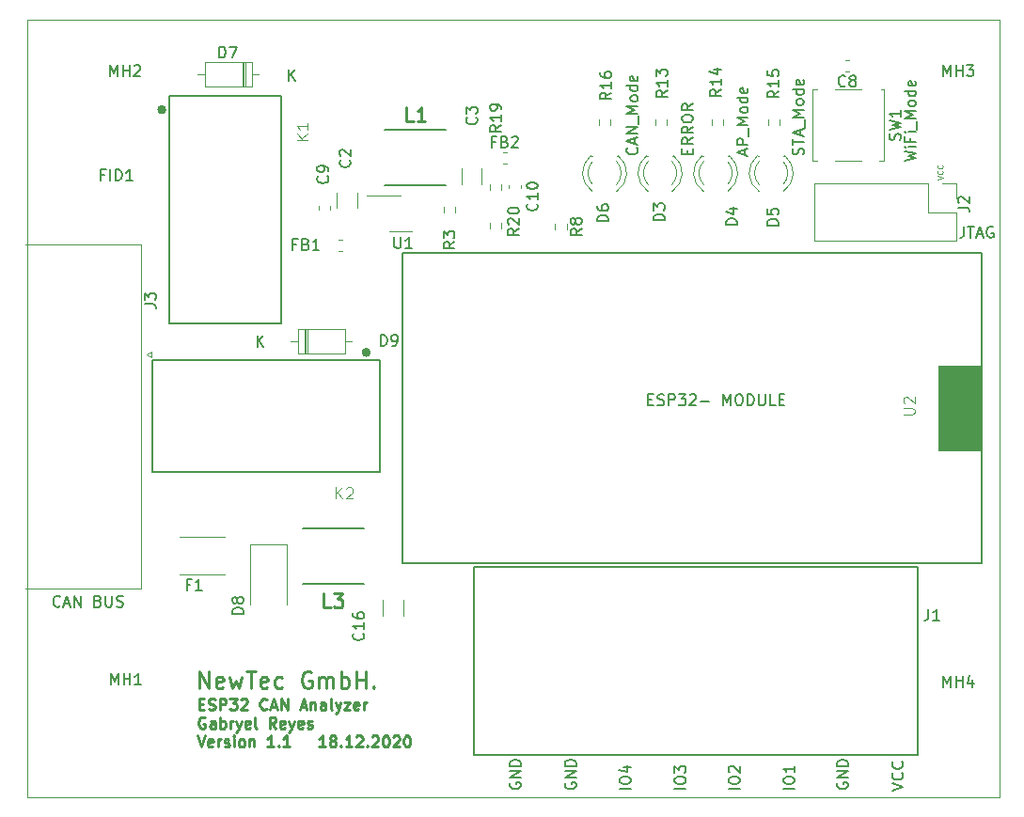
<source format=gbr>
%TF.GenerationSoftware,KiCad,Pcbnew,(5.1.6)-1*%
%TF.CreationDate,2020-12-18T16:38:49+01:00*%
%TF.ProjectId,Board,426f6172-642e-46b6-9963-61645f706362,rev?*%
%TF.SameCoordinates,PX253b400PY7a67730*%
%TF.FileFunction,Legend,Top*%
%TF.FilePolarity,Positive*%
%FSLAX46Y46*%
G04 Gerber Fmt 4.6, Leading zero omitted, Abs format (unit mm)*
G04 Created by KiCad (PCBNEW (5.1.6)-1) date 2020-12-18 16:38:49*
%MOMM*%
%LPD*%
G01*
G04 APERTURE LIST*
%ADD10C,0.150000*%
%ADD11C,0.100000*%
%ADD12C,0.250000*%
%TA.AperFunction,Profile*%
%ADD13C,0.050000*%
%TD*%
%ADD14C,0.152400*%
%ADD15C,0.127000*%
%ADD16C,0.120000*%
%ADD17C,0.400000*%
%ADD18C,0.200000*%
%ADD19C,0.015000*%
%ADD20C,0.254000*%
G04 APERTURE END LIST*
D10*
X2936190Y17232858D02*
X2888571Y17185239D01*
X2745714Y17137620D01*
X2650476Y17137620D01*
X2507619Y17185239D01*
X2412380Y17280477D01*
X2364761Y17375715D01*
X2317142Y17566191D01*
X2317142Y17709048D01*
X2364761Y17899524D01*
X2412380Y17994762D01*
X2507619Y18090000D01*
X2650476Y18137620D01*
X2745714Y18137620D01*
X2888571Y18090000D01*
X2936190Y18042381D01*
X3317142Y17423334D02*
X3793333Y17423334D01*
X3221904Y17137620D02*
X3555238Y18137620D01*
X3888571Y17137620D01*
X4221904Y17137620D02*
X4221904Y18137620D01*
X4793333Y17137620D01*
X4793333Y18137620D01*
X6364761Y17661429D02*
X6507619Y17613810D01*
X6555238Y17566191D01*
X6602857Y17470953D01*
X6602857Y17328096D01*
X6555238Y17232858D01*
X6507619Y17185239D01*
X6412380Y17137620D01*
X6031428Y17137620D01*
X6031428Y18137620D01*
X6364761Y18137620D01*
X6460000Y18090000D01*
X6507619Y18042381D01*
X6555238Y17947143D01*
X6555238Y17851905D01*
X6507619Y17756667D01*
X6460000Y17709048D01*
X6364761Y17661429D01*
X6031428Y17661429D01*
X7031428Y18137620D02*
X7031428Y17328096D01*
X7079047Y17232858D01*
X7126666Y17185239D01*
X7221904Y17137620D01*
X7412380Y17137620D01*
X7507619Y17185239D01*
X7555238Y17232858D01*
X7602857Y17328096D01*
X7602857Y18137620D01*
X8031428Y17185239D02*
X8174285Y17137620D01*
X8412380Y17137620D01*
X8507619Y17185239D01*
X8555238Y17232858D01*
X8602857Y17328096D01*
X8602857Y17423334D01*
X8555238Y17518572D01*
X8507619Y17566191D01*
X8412380Y17613810D01*
X8221904Y17661429D01*
X8126666Y17709048D01*
X8079047Y17756667D01*
X8031428Y17851905D01*
X8031428Y17947143D01*
X8079047Y18042381D01*
X8126666Y18090000D01*
X8221904Y18137620D01*
X8460000Y18137620D01*
X8602857Y18090000D01*
X78992380Y57340953D02*
X79992380Y57579048D01*
X79278095Y57769524D01*
X79992380Y57960000D01*
X78992380Y58198096D01*
X79992380Y58579048D02*
X79325714Y58579048D01*
X78992380Y58579048D02*
X79040000Y58531429D01*
X79087619Y58579048D01*
X79040000Y58626667D01*
X78992380Y58579048D01*
X79087619Y58579048D01*
X79468571Y59388572D02*
X79468571Y59055239D01*
X79992380Y59055239D02*
X78992380Y59055239D01*
X78992380Y59531429D01*
X79992380Y59912381D02*
X79325714Y59912381D01*
X78992380Y59912381D02*
X79040000Y59864762D01*
X79087619Y59912381D01*
X79040000Y59960000D01*
X78992380Y59912381D01*
X79087619Y59912381D01*
X80087619Y60150477D02*
X80087619Y60912381D01*
X79992380Y61150477D02*
X78992380Y61150477D01*
X79706666Y61483810D01*
X78992380Y61817143D01*
X79992380Y61817143D01*
X79992380Y62436191D02*
X79944761Y62340953D01*
X79897142Y62293334D01*
X79801904Y62245715D01*
X79516190Y62245715D01*
X79420952Y62293334D01*
X79373333Y62340953D01*
X79325714Y62436191D01*
X79325714Y62579048D01*
X79373333Y62674286D01*
X79420952Y62721905D01*
X79516190Y62769524D01*
X79801904Y62769524D01*
X79897142Y62721905D01*
X79944761Y62674286D01*
X79992380Y62579048D01*
X79992380Y62436191D01*
X79992380Y63626667D02*
X78992380Y63626667D01*
X79944761Y63626667D02*
X79992380Y63531429D01*
X79992380Y63340953D01*
X79944761Y63245715D01*
X79897142Y63198096D01*
X79801904Y63150477D01*
X79516190Y63150477D01*
X79420952Y63198096D01*
X79373333Y63245715D01*
X79325714Y63340953D01*
X79325714Y63531429D01*
X79373333Y63626667D01*
X79944761Y64483810D02*
X79992380Y64388572D01*
X79992380Y64198096D01*
X79944761Y64102858D01*
X79849523Y64055239D01*
X79468571Y64055239D01*
X79373333Y64102858D01*
X79325714Y64198096D01*
X79325714Y64388572D01*
X79373333Y64483810D01*
X79468571Y64531429D01*
X79563809Y64531429D01*
X79659047Y64055239D01*
X43480000Y1293334D02*
X43432380Y1198096D01*
X43432380Y1055238D01*
X43480000Y912381D01*
X43575238Y817143D01*
X43670476Y769524D01*
X43860952Y721905D01*
X44003809Y721905D01*
X44194285Y769524D01*
X44289523Y817143D01*
X44384761Y912381D01*
X44432380Y1055238D01*
X44432380Y1150477D01*
X44384761Y1293334D01*
X44337142Y1340953D01*
X44003809Y1340953D01*
X44003809Y1150477D01*
X44432380Y1769524D02*
X43432380Y1769524D01*
X44432380Y2340953D01*
X43432380Y2340953D01*
X44432380Y2817143D02*
X43432380Y2817143D01*
X43432380Y3055238D01*
X43480000Y3198096D01*
X43575238Y3293334D01*
X43670476Y3340953D01*
X43860952Y3388572D01*
X44003809Y3388572D01*
X44194285Y3340953D01*
X44289523Y3293334D01*
X44384761Y3198096D01*
X44432380Y3055238D01*
X44432380Y2817143D01*
X48440000Y1293334D02*
X48392380Y1198096D01*
X48392380Y1055238D01*
X48440000Y912381D01*
X48535238Y817143D01*
X48630476Y769524D01*
X48820952Y721905D01*
X48963809Y721905D01*
X49154285Y769524D01*
X49249523Y817143D01*
X49344761Y912381D01*
X49392380Y1055238D01*
X49392380Y1150477D01*
X49344761Y1293334D01*
X49297142Y1340953D01*
X48963809Y1340953D01*
X48963809Y1150477D01*
X49392380Y1769524D02*
X48392380Y1769524D01*
X49392380Y2340953D01*
X48392380Y2340953D01*
X49392380Y2817143D02*
X48392380Y2817143D01*
X48392380Y3055238D01*
X48440000Y3198096D01*
X48535238Y3293334D01*
X48630476Y3340953D01*
X48820952Y3388572D01*
X48963809Y3388572D01*
X49154285Y3340953D01*
X49249523Y3293334D01*
X49344761Y3198096D01*
X49392380Y3055238D01*
X49392380Y2817143D01*
X54312380Y769524D02*
X53312380Y769524D01*
X53312380Y1436191D02*
X53312380Y1626667D01*
X53360000Y1721905D01*
X53455238Y1817144D01*
X53645714Y1864763D01*
X53979047Y1864763D01*
X54169523Y1817144D01*
X54264761Y1721905D01*
X54312380Y1626667D01*
X54312380Y1436191D01*
X54264761Y1340953D01*
X54169523Y1245715D01*
X53979047Y1198096D01*
X53645714Y1198096D01*
X53455238Y1245715D01*
X53360000Y1340953D01*
X53312380Y1436191D01*
X53645714Y2721905D02*
X54312380Y2721905D01*
X53264761Y2483810D02*
X53979047Y2245715D01*
X53979047Y2864763D01*
X59272380Y769524D02*
X58272380Y769524D01*
X58272380Y1436191D02*
X58272380Y1626667D01*
X58320000Y1721905D01*
X58415238Y1817144D01*
X58605714Y1864763D01*
X58939047Y1864763D01*
X59129523Y1817144D01*
X59224761Y1721905D01*
X59272380Y1626667D01*
X59272380Y1436191D01*
X59224761Y1340953D01*
X59129523Y1245715D01*
X58939047Y1198096D01*
X58605714Y1198096D01*
X58415238Y1245715D01*
X58320000Y1340953D01*
X58272380Y1436191D01*
X58272380Y2198096D02*
X58272380Y2817144D01*
X58653333Y2483810D01*
X58653333Y2626667D01*
X58700952Y2721905D01*
X58748571Y2769524D01*
X58843809Y2817144D01*
X59081904Y2817144D01*
X59177142Y2769524D01*
X59224761Y2721905D01*
X59272380Y2626667D01*
X59272380Y2340953D01*
X59224761Y2245715D01*
X59177142Y2198096D01*
X64132380Y769524D02*
X63132380Y769524D01*
X63132380Y1436191D02*
X63132380Y1626667D01*
X63180000Y1721905D01*
X63275238Y1817144D01*
X63465714Y1864763D01*
X63799047Y1864763D01*
X63989523Y1817144D01*
X64084761Y1721905D01*
X64132380Y1626667D01*
X64132380Y1436191D01*
X64084761Y1340953D01*
X63989523Y1245715D01*
X63799047Y1198096D01*
X63465714Y1198096D01*
X63275238Y1245715D01*
X63180000Y1340953D01*
X63132380Y1436191D01*
X63227619Y2245715D02*
X63180000Y2293334D01*
X63132380Y2388572D01*
X63132380Y2626667D01*
X63180000Y2721905D01*
X63227619Y2769524D01*
X63322857Y2817144D01*
X63418095Y2817144D01*
X63560952Y2769524D01*
X64132380Y2198096D01*
X64132380Y2817144D01*
X69052380Y769524D02*
X68052380Y769524D01*
X68052380Y1436191D02*
X68052380Y1626667D01*
X68100000Y1721905D01*
X68195238Y1817144D01*
X68385714Y1864763D01*
X68719047Y1864763D01*
X68909523Y1817144D01*
X69004761Y1721905D01*
X69052380Y1626667D01*
X69052380Y1436191D01*
X69004761Y1340953D01*
X68909523Y1245715D01*
X68719047Y1198096D01*
X68385714Y1198096D01*
X68195238Y1245715D01*
X68100000Y1340953D01*
X68052380Y1436191D01*
X69052380Y2817144D02*
X69052380Y2245715D01*
X69052380Y2531429D02*
X68052380Y2531429D01*
X68195238Y2436191D01*
X68290476Y2340953D01*
X68338095Y2245715D01*
X72920000Y1293334D02*
X72872380Y1198096D01*
X72872380Y1055238D01*
X72920000Y912381D01*
X73015238Y817143D01*
X73110476Y769524D01*
X73300952Y721905D01*
X73443809Y721905D01*
X73634285Y769524D01*
X73729523Y817143D01*
X73824761Y912381D01*
X73872380Y1055238D01*
X73872380Y1150477D01*
X73824761Y1293334D01*
X73777142Y1340953D01*
X73443809Y1340953D01*
X73443809Y1150477D01*
X73872380Y1769524D02*
X72872380Y1769524D01*
X73872380Y2340953D01*
X72872380Y2340953D01*
X73872380Y2817143D02*
X72872380Y2817143D01*
X72872380Y3055238D01*
X72920000Y3198096D01*
X73015238Y3293334D01*
X73110476Y3340953D01*
X73300952Y3388572D01*
X73443809Y3388572D01*
X73634285Y3340953D01*
X73729523Y3293334D01*
X73824761Y3198096D01*
X73872380Y3055238D01*
X73872380Y2817143D01*
X77832380Y626667D02*
X78832380Y960000D01*
X77832380Y1293334D01*
X78737142Y2198096D02*
X78784761Y2150477D01*
X78832380Y2007620D01*
X78832380Y1912381D01*
X78784761Y1769524D01*
X78689523Y1674286D01*
X78594285Y1626667D01*
X78403809Y1579048D01*
X78260952Y1579048D01*
X78070476Y1626667D01*
X77975238Y1674286D01*
X77880000Y1769524D01*
X77832380Y1912381D01*
X77832380Y2007620D01*
X77880000Y2150477D01*
X77927619Y2198096D01*
X78737142Y3198096D02*
X78784761Y3150477D01*
X78832380Y3007620D01*
X78832380Y2912381D01*
X78784761Y2769524D01*
X78689523Y2674286D01*
X78594285Y2626667D01*
X78403809Y2579048D01*
X78260952Y2579048D01*
X78070476Y2626667D01*
X77975238Y2674286D01*
X77880000Y2769524D01*
X77832380Y2912381D01*
X77832380Y3007620D01*
X77880000Y3150477D01*
X77927619Y3198096D01*
X69844761Y57874286D02*
X69892380Y58017143D01*
X69892380Y58255238D01*
X69844761Y58350477D01*
X69797142Y58398096D01*
X69701904Y58445715D01*
X69606666Y58445715D01*
X69511428Y58398096D01*
X69463809Y58350477D01*
X69416190Y58255238D01*
X69368571Y58064762D01*
X69320952Y57969524D01*
X69273333Y57921905D01*
X69178095Y57874286D01*
X69082857Y57874286D01*
X68987619Y57921905D01*
X68940000Y57969524D01*
X68892380Y58064762D01*
X68892380Y58302858D01*
X68940000Y58445715D01*
X68892380Y58731429D02*
X68892380Y59302858D01*
X69892380Y59017143D02*
X68892380Y59017143D01*
X69606666Y59588572D02*
X69606666Y60064762D01*
X69892380Y59493334D02*
X68892380Y59826667D01*
X69892380Y60160000D01*
X69987619Y60255238D02*
X69987619Y61017143D01*
X69892380Y61255238D02*
X68892380Y61255238D01*
X69606666Y61588572D01*
X68892380Y61921905D01*
X69892380Y61921905D01*
X69892380Y62540953D02*
X69844761Y62445715D01*
X69797142Y62398096D01*
X69701904Y62350477D01*
X69416190Y62350477D01*
X69320952Y62398096D01*
X69273333Y62445715D01*
X69225714Y62540953D01*
X69225714Y62683810D01*
X69273333Y62779048D01*
X69320952Y62826667D01*
X69416190Y62874286D01*
X69701904Y62874286D01*
X69797142Y62826667D01*
X69844761Y62779048D01*
X69892380Y62683810D01*
X69892380Y62540953D01*
X69892380Y63731429D02*
X68892380Y63731429D01*
X69844761Y63731429D02*
X69892380Y63636191D01*
X69892380Y63445715D01*
X69844761Y63350477D01*
X69797142Y63302858D01*
X69701904Y63255238D01*
X69416190Y63255238D01*
X69320952Y63302858D01*
X69273333Y63350477D01*
X69225714Y63445715D01*
X69225714Y63636191D01*
X69273333Y63731429D01*
X69844761Y64588572D02*
X69892380Y64493334D01*
X69892380Y64302858D01*
X69844761Y64207619D01*
X69749523Y64160000D01*
X69368571Y64160000D01*
X69273333Y64207619D01*
X69225714Y64302858D01*
X69225714Y64493334D01*
X69273333Y64588572D01*
X69368571Y64636191D01*
X69463809Y64636191D01*
X69559047Y64160000D01*
X64576666Y57874286D02*
X64576666Y58350476D01*
X64862380Y57779048D02*
X63862380Y58112381D01*
X64862380Y58445715D01*
X64862380Y58779048D02*
X63862380Y58779048D01*
X63862380Y59160000D01*
X63910000Y59255238D01*
X63957619Y59302857D01*
X64052857Y59350476D01*
X64195714Y59350476D01*
X64290952Y59302857D01*
X64338571Y59255238D01*
X64386190Y59160000D01*
X64386190Y58779048D01*
X64957619Y59540953D02*
X64957619Y60302857D01*
X64862380Y60540953D02*
X63862380Y60540953D01*
X64576666Y60874286D01*
X63862380Y61207619D01*
X64862380Y61207619D01*
X64862380Y61826667D02*
X64814761Y61731429D01*
X64767142Y61683810D01*
X64671904Y61636191D01*
X64386190Y61636191D01*
X64290952Y61683810D01*
X64243333Y61731429D01*
X64195714Y61826667D01*
X64195714Y61969524D01*
X64243333Y62064762D01*
X64290952Y62112381D01*
X64386190Y62160000D01*
X64671904Y62160000D01*
X64767142Y62112381D01*
X64814761Y62064762D01*
X64862380Y61969524D01*
X64862380Y61826667D01*
X64862380Y63017143D02*
X63862380Y63017143D01*
X64814761Y63017143D02*
X64862380Y62921905D01*
X64862380Y62731429D01*
X64814761Y62636191D01*
X64767142Y62588572D01*
X64671904Y62540953D01*
X64386190Y62540953D01*
X64290952Y62588572D01*
X64243333Y62636191D01*
X64195714Y62731429D01*
X64195714Y62921905D01*
X64243333Y63017143D01*
X64814761Y63874286D02*
X64862380Y63779048D01*
X64862380Y63588572D01*
X64814761Y63493334D01*
X64719523Y63445715D01*
X64338571Y63445715D01*
X64243333Y63493334D01*
X64195714Y63588572D01*
X64195714Y63779048D01*
X64243333Y63874286D01*
X64338571Y63921905D01*
X64433809Y63921905D01*
X64529047Y63445715D01*
X59398571Y57921905D02*
X59398571Y58255239D01*
X59922380Y58398096D02*
X59922380Y57921905D01*
X58922380Y57921905D01*
X58922380Y58398096D01*
X59922380Y59398096D02*
X59446190Y59064762D01*
X59922380Y58826667D02*
X58922380Y58826667D01*
X58922380Y59207620D01*
X58970000Y59302858D01*
X59017619Y59350477D01*
X59112857Y59398096D01*
X59255714Y59398096D01*
X59350952Y59350477D01*
X59398571Y59302858D01*
X59446190Y59207620D01*
X59446190Y58826667D01*
X59922380Y60398096D02*
X59446190Y60064762D01*
X59922380Y59826667D02*
X58922380Y59826667D01*
X58922380Y60207620D01*
X58970000Y60302858D01*
X59017619Y60350477D01*
X59112857Y60398096D01*
X59255714Y60398096D01*
X59350952Y60350477D01*
X59398571Y60302858D01*
X59446190Y60207620D01*
X59446190Y59826667D01*
X58922380Y61017143D02*
X58922380Y61207620D01*
X58970000Y61302858D01*
X59065238Y61398096D01*
X59255714Y61445715D01*
X59589047Y61445715D01*
X59779523Y61398096D01*
X59874761Y61302858D01*
X59922380Y61207620D01*
X59922380Y61017143D01*
X59874761Y60921905D01*
X59779523Y60826667D01*
X59589047Y60779048D01*
X59255714Y60779048D01*
X59065238Y60826667D01*
X58970000Y60921905D01*
X58922380Y61017143D01*
X59922380Y62445715D02*
X59446190Y62112381D01*
X59922380Y61874286D02*
X58922380Y61874286D01*
X58922380Y62255239D01*
X58970000Y62350477D01*
X59017619Y62398096D01*
X59112857Y62445715D01*
X59255714Y62445715D01*
X59350952Y62398096D01*
X59398571Y62350477D01*
X59446190Y62255239D01*
X59446190Y61874286D01*
X54857142Y58493334D02*
X54904761Y58445715D01*
X54952380Y58302858D01*
X54952380Y58207620D01*
X54904761Y58064763D01*
X54809523Y57969525D01*
X54714285Y57921905D01*
X54523809Y57874286D01*
X54380952Y57874286D01*
X54190476Y57921905D01*
X54095238Y57969525D01*
X54000000Y58064763D01*
X53952380Y58207620D01*
X53952380Y58302858D01*
X54000000Y58445715D01*
X54047619Y58493334D01*
X54666666Y58874286D02*
X54666666Y59350477D01*
X54952380Y58779048D02*
X53952380Y59112382D01*
X54952380Y59445715D01*
X54952380Y59779048D02*
X53952380Y59779048D01*
X54952380Y60350477D01*
X53952380Y60350477D01*
X55047619Y60588572D02*
X55047619Y61350477D01*
X54952380Y61588572D02*
X53952380Y61588572D01*
X54666666Y61921905D01*
X53952380Y62255239D01*
X54952380Y62255239D01*
X54952380Y62874286D02*
X54904761Y62779048D01*
X54857142Y62731429D01*
X54761904Y62683810D01*
X54476190Y62683810D01*
X54380952Y62731429D01*
X54333333Y62779048D01*
X54285714Y62874286D01*
X54285714Y63017144D01*
X54333333Y63112382D01*
X54380952Y63160001D01*
X54476190Y63207620D01*
X54761904Y63207620D01*
X54857142Y63160001D01*
X54904761Y63112382D01*
X54952380Y63017144D01*
X54952380Y62874286D01*
X54952380Y64064763D02*
X53952380Y64064763D01*
X54904761Y64064763D02*
X54952380Y63969525D01*
X54952380Y63779048D01*
X54904761Y63683810D01*
X54857142Y63636191D01*
X54761904Y63588572D01*
X54476190Y63588572D01*
X54380952Y63636191D01*
X54333333Y63683810D01*
X54285714Y63779048D01*
X54285714Y63969525D01*
X54333333Y64064763D01*
X54904761Y64921905D02*
X54952380Y64826667D01*
X54952380Y64636191D01*
X54904761Y64540953D01*
X54809523Y64493334D01*
X54428571Y64493334D01*
X54333333Y64540953D01*
X54285714Y64636191D01*
X54285714Y64826667D01*
X54333333Y64921905D01*
X54428571Y64969525D01*
X54523809Y64969525D01*
X54619047Y64493334D01*
D11*
X81926190Y55633334D02*
X82426190Y55800000D01*
X81926190Y55966667D01*
X82378571Y56419048D02*
X82402380Y56395239D01*
X82426190Y56323810D01*
X82426190Y56276191D01*
X82402380Y56204762D01*
X82354761Y56157143D01*
X82307142Y56133334D01*
X82211904Y56109524D01*
X82140476Y56109524D01*
X82045238Y56133334D01*
X81997619Y56157143D01*
X81950000Y56204762D01*
X81926190Y56276191D01*
X81926190Y56323810D01*
X81950000Y56395239D01*
X81973809Y56419048D01*
X82378571Y56919048D02*
X82402380Y56895239D01*
X82426190Y56823810D01*
X82426190Y56776191D01*
X82402380Y56704762D01*
X82354761Y56657143D01*
X82307142Y56633334D01*
X82211904Y56609524D01*
X82140476Y56609524D01*
X82045238Y56633334D01*
X81997619Y56657143D01*
X81950000Y56704762D01*
X81926190Y56776191D01*
X81926190Y56823810D01*
X81950000Y56895239D01*
X81973809Y56919048D01*
D10*
X84313333Y51407620D02*
X84313333Y50693334D01*
X84265714Y50550477D01*
X84170476Y50455239D01*
X84027619Y50407620D01*
X83932380Y50407620D01*
X84646666Y51407620D02*
X85218095Y51407620D01*
X84932380Y50407620D02*
X84932380Y51407620D01*
X85503809Y50693334D02*
X85980000Y50693334D01*
X85408571Y50407620D02*
X85741904Y51407620D01*
X86075238Y50407620D01*
X86932380Y51360000D02*
X86837142Y51407620D01*
X86694285Y51407620D01*
X86551428Y51360000D01*
X86456190Y51264762D01*
X86408571Y51169524D01*
X86360952Y50979048D01*
X86360952Y50836191D01*
X86408571Y50645715D01*
X86456190Y50550477D01*
X86551428Y50455239D01*
X86694285Y50407620D01*
X86789523Y50407620D01*
X86932380Y50455239D01*
X86980000Y50502858D01*
X86980000Y50836191D01*
X86789523Y50836191D01*
X55880952Y35821429D02*
X56214285Y35821429D01*
X56357142Y35297620D02*
X55880952Y35297620D01*
X55880952Y36297620D01*
X56357142Y36297620D01*
X56738095Y35345239D02*
X56880952Y35297620D01*
X57119047Y35297620D01*
X57214285Y35345239D01*
X57261904Y35392858D01*
X57309523Y35488096D01*
X57309523Y35583334D01*
X57261904Y35678572D01*
X57214285Y35726191D01*
X57119047Y35773810D01*
X56928571Y35821429D01*
X56833333Y35869048D01*
X56785714Y35916667D01*
X56738095Y36011905D01*
X56738095Y36107143D01*
X56785714Y36202381D01*
X56833333Y36250000D01*
X56928571Y36297620D01*
X57166666Y36297620D01*
X57309523Y36250000D01*
X57738095Y35297620D02*
X57738095Y36297620D01*
X58119047Y36297620D01*
X58214285Y36250000D01*
X58261904Y36202381D01*
X58309523Y36107143D01*
X58309523Y35964286D01*
X58261904Y35869048D01*
X58214285Y35821429D01*
X58119047Y35773810D01*
X57738095Y35773810D01*
X58642857Y36297620D02*
X59261904Y36297620D01*
X58928571Y35916667D01*
X59071428Y35916667D01*
X59166666Y35869048D01*
X59214285Y35821429D01*
X59261904Y35726191D01*
X59261904Y35488096D01*
X59214285Y35392858D01*
X59166666Y35345239D01*
X59071428Y35297620D01*
X58785714Y35297620D01*
X58690476Y35345239D01*
X58642857Y35392858D01*
X59642857Y36202381D02*
X59690476Y36250000D01*
X59785714Y36297620D01*
X60023809Y36297620D01*
X60119047Y36250000D01*
X60166666Y36202381D01*
X60214285Y36107143D01*
X60214285Y36011905D01*
X60166666Y35869048D01*
X59595238Y35297620D01*
X60214285Y35297620D01*
X60642857Y35678572D02*
X61404761Y35678572D01*
X62642857Y35297620D02*
X62642857Y36297620D01*
X62976190Y35583334D01*
X63309523Y36297620D01*
X63309523Y35297620D01*
X63976190Y36297620D02*
X64166666Y36297620D01*
X64261904Y36250000D01*
X64357142Y36154762D01*
X64404761Y35964286D01*
X64404761Y35630953D01*
X64357142Y35440477D01*
X64261904Y35345239D01*
X64166666Y35297620D01*
X63976190Y35297620D01*
X63880952Y35345239D01*
X63785714Y35440477D01*
X63738095Y35630953D01*
X63738095Y35964286D01*
X63785714Y36154762D01*
X63880952Y36250000D01*
X63976190Y36297620D01*
X64833333Y35297620D02*
X64833333Y36297620D01*
X65071428Y36297620D01*
X65214285Y36250000D01*
X65309523Y36154762D01*
X65357142Y36059524D01*
X65404761Y35869048D01*
X65404761Y35726191D01*
X65357142Y35535715D01*
X65309523Y35440477D01*
X65214285Y35345239D01*
X65071428Y35297620D01*
X64833333Y35297620D01*
X65833333Y36297620D02*
X65833333Y35488096D01*
X65880952Y35392858D01*
X65928571Y35345239D01*
X66023809Y35297620D01*
X66214285Y35297620D01*
X66309523Y35345239D01*
X66357142Y35392858D01*
X66404761Y35488096D01*
X66404761Y36297620D01*
X67357142Y35297620D02*
X66880952Y35297620D01*
X66880952Y36297620D01*
X67690476Y35821429D02*
X68023809Y35821429D01*
X68166666Y35297620D02*
X67690476Y35297620D01*
X67690476Y36297620D01*
X68166666Y36297620D01*
D12*
X15309523Y5547620D02*
X15642856Y4547620D01*
X15976190Y5547620D01*
X16690475Y4595239D02*
X16595237Y4547620D01*
X16404761Y4547620D01*
X16309523Y4595239D01*
X16261904Y4690477D01*
X16261904Y5071429D01*
X16309523Y5166667D01*
X16404761Y5214286D01*
X16595237Y5214286D01*
X16690475Y5166667D01*
X16738094Y5071429D01*
X16738094Y4976191D01*
X16261904Y4880953D01*
X17166666Y4547620D02*
X17166666Y5214286D01*
X17166666Y5023810D02*
X17214285Y5119048D01*
X17261904Y5166667D01*
X17357142Y5214286D01*
X17452380Y5214286D01*
X17738094Y4595239D02*
X17833332Y4547620D01*
X18023809Y4547620D01*
X18119047Y4595239D01*
X18166666Y4690477D01*
X18166666Y4738096D01*
X18119047Y4833334D01*
X18023809Y4880953D01*
X17880951Y4880953D01*
X17785713Y4928572D01*
X17738094Y5023810D01*
X17738094Y5071429D01*
X17785713Y5166667D01*
X17880951Y5214286D01*
X18023809Y5214286D01*
X18119047Y5166667D01*
X18595237Y4547620D02*
X18595237Y5214286D01*
X18595237Y5547620D02*
X18547618Y5500000D01*
X18595237Y5452381D01*
X18642856Y5500000D01*
X18595237Y5547620D01*
X18595237Y5452381D01*
X19214285Y4547620D02*
X19119047Y4595239D01*
X19071428Y4642858D01*
X19023809Y4738096D01*
X19023809Y5023810D01*
X19071428Y5119048D01*
X19119047Y5166667D01*
X19214285Y5214286D01*
X19357142Y5214286D01*
X19452380Y5166667D01*
X19499999Y5119048D01*
X19547618Y5023810D01*
X19547618Y4738096D01*
X19499999Y4642858D01*
X19452380Y4595239D01*
X19357142Y4547620D01*
X19214285Y4547620D01*
X19976190Y5214286D02*
X19976190Y4547620D01*
X19976190Y5119048D02*
X20023809Y5166667D01*
X20119047Y5214286D01*
X20261904Y5214286D01*
X20357142Y5166667D01*
X20404761Y5071429D01*
X20404761Y4547620D01*
X22166666Y4547620D02*
X21595237Y4547620D01*
X21880951Y4547620D02*
X21880951Y5547620D01*
X21785713Y5404762D01*
X21690475Y5309524D01*
X21595237Y5261905D01*
X22595237Y4642858D02*
X22642856Y4595239D01*
X22595237Y4547620D01*
X22547618Y4595239D01*
X22595237Y4642858D01*
X22595237Y4547620D01*
X23595237Y4547620D02*
X23023809Y4547620D01*
X23309523Y4547620D02*
X23309523Y5547620D01*
X23214285Y5404762D01*
X23119047Y5309524D01*
X23023809Y5261905D01*
X26833332Y4547620D02*
X26261904Y4547620D01*
X26547618Y4547620D02*
X26547618Y5547620D01*
X26452380Y5404762D01*
X26357142Y5309524D01*
X26261904Y5261905D01*
X27404761Y5119048D02*
X27309523Y5166667D01*
X27261904Y5214286D01*
X27214285Y5309524D01*
X27214285Y5357143D01*
X27261904Y5452381D01*
X27309523Y5500000D01*
X27404761Y5547620D01*
X27595237Y5547620D01*
X27690475Y5500000D01*
X27738094Y5452381D01*
X27785713Y5357143D01*
X27785713Y5309524D01*
X27738094Y5214286D01*
X27690475Y5166667D01*
X27595237Y5119048D01*
X27404761Y5119048D01*
X27309523Y5071429D01*
X27261904Y5023810D01*
X27214285Y4928572D01*
X27214285Y4738096D01*
X27261904Y4642858D01*
X27309523Y4595239D01*
X27404761Y4547620D01*
X27595237Y4547620D01*
X27690475Y4595239D01*
X27738094Y4642858D01*
X27785713Y4738096D01*
X27785713Y4928572D01*
X27738094Y5023810D01*
X27690475Y5071429D01*
X27595237Y5119048D01*
X28214285Y4642858D02*
X28261904Y4595239D01*
X28214285Y4547620D01*
X28166666Y4595239D01*
X28214285Y4642858D01*
X28214285Y4547620D01*
X29214285Y4547620D02*
X28642856Y4547620D01*
X28928571Y4547620D02*
X28928571Y5547620D01*
X28833332Y5404762D01*
X28738094Y5309524D01*
X28642856Y5261905D01*
X29595237Y5452381D02*
X29642856Y5500000D01*
X29738094Y5547620D01*
X29976190Y5547620D01*
X30071428Y5500000D01*
X30119047Y5452381D01*
X30166666Y5357143D01*
X30166666Y5261905D01*
X30119047Y5119048D01*
X29547618Y4547620D01*
X30166666Y4547620D01*
X30595237Y4642858D02*
X30642856Y4595239D01*
X30595237Y4547620D01*
X30547618Y4595239D01*
X30595237Y4642858D01*
X30595237Y4547620D01*
X31023809Y5452381D02*
X31071428Y5500000D01*
X31166666Y5547620D01*
X31404761Y5547620D01*
X31499999Y5500000D01*
X31547618Y5452381D01*
X31595237Y5357143D01*
X31595237Y5261905D01*
X31547618Y5119048D01*
X30976190Y4547620D01*
X31595237Y4547620D01*
X32214285Y5547620D02*
X32309523Y5547620D01*
X32404761Y5500000D01*
X32452380Y5452381D01*
X32499999Y5357143D01*
X32547618Y5166667D01*
X32547618Y4928572D01*
X32499999Y4738096D01*
X32452380Y4642858D01*
X32404761Y4595239D01*
X32309523Y4547620D01*
X32214285Y4547620D01*
X32119047Y4595239D01*
X32071428Y4642858D01*
X32023809Y4738096D01*
X31976190Y4928572D01*
X31976190Y5166667D01*
X32023809Y5357143D01*
X32071428Y5452381D01*
X32119047Y5500000D01*
X32214285Y5547620D01*
X32928570Y5452381D02*
X32976190Y5500000D01*
X33071428Y5547620D01*
X33309523Y5547620D01*
X33404761Y5500000D01*
X33452380Y5452381D01*
X33499999Y5357143D01*
X33499999Y5261905D01*
X33452380Y5119048D01*
X32880951Y4547620D01*
X33499999Y4547620D01*
X34119047Y5547620D02*
X34214285Y5547620D01*
X34309523Y5500000D01*
X34357142Y5452381D01*
X34404761Y5357143D01*
X34452380Y5166667D01*
X34452380Y4928572D01*
X34404761Y4738096D01*
X34357142Y4642858D01*
X34309523Y4595239D01*
X34214285Y4547620D01*
X34119047Y4547620D01*
X34023809Y4595239D01*
X33976190Y4642858D01*
X33928570Y4738096D01*
X33880951Y4928572D01*
X33880951Y5166667D01*
X33928570Y5357143D01*
X33976190Y5452381D01*
X34023809Y5500000D01*
X34119047Y5547620D01*
X15452380Y8403096D02*
X15785713Y8403096D01*
X15928571Y7879287D02*
X15452380Y7879287D01*
X15452380Y8879287D01*
X15928571Y8879287D01*
X16309523Y7926906D02*
X16452380Y7879287D01*
X16690475Y7879287D01*
X16785713Y7926906D01*
X16833332Y7974525D01*
X16880951Y8069763D01*
X16880951Y8165001D01*
X16833332Y8260239D01*
X16785713Y8307858D01*
X16690475Y8355477D01*
X16499999Y8403096D01*
X16404761Y8450715D01*
X16357142Y8498334D01*
X16309523Y8593572D01*
X16309523Y8688810D01*
X16357142Y8784048D01*
X16404761Y8831667D01*
X16499999Y8879287D01*
X16738094Y8879287D01*
X16880951Y8831667D01*
X17309523Y7879287D02*
X17309523Y8879287D01*
X17690475Y8879287D01*
X17785713Y8831667D01*
X17833332Y8784048D01*
X17880951Y8688810D01*
X17880951Y8545953D01*
X17833332Y8450715D01*
X17785713Y8403096D01*
X17690475Y8355477D01*
X17309523Y8355477D01*
X18214285Y8879287D02*
X18833332Y8879287D01*
X18499999Y8498334D01*
X18642856Y8498334D01*
X18738094Y8450715D01*
X18785713Y8403096D01*
X18833332Y8307858D01*
X18833332Y8069763D01*
X18785713Y7974525D01*
X18738094Y7926906D01*
X18642856Y7879287D01*
X18357142Y7879287D01*
X18261904Y7926906D01*
X18214285Y7974525D01*
X19214285Y8784048D02*
X19261904Y8831667D01*
X19357142Y8879287D01*
X19595237Y8879287D01*
X19690475Y8831667D01*
X19738094Y8784048D01*
X19785713Y8688810D01*
X19785713Y8593572D01*
X19738094Y8450715D01*
X19166666Y7879287D01*
X19785713Y7879287D01*
X21547618Y7974525D02*
X21499999Y7926906D01*
X21357142Y7879287D01*
X21261904Y7879287D01*
X21119047Y7926906D01*
X21023809Y8022144D01*
X20976190Y8117382D01*
X20928571Y8307858D01*
X20928571Y8450715D01*
X20976190Y8641191D01*
X21023809Y8736429D01*
X21119047Y8831667D01*
X21261904Y8879287D01*
X21357142Y8879287D01*
X21499999Y8831667D01*
X21547618Y8784048D01*
X21928571Y8165001D02*
X22404761Y8165001D01*
X21833332Y7879287D02*
X22166666Y8879287D01*
X22499999Y7879287D01*
X22833332Y7879287D02*
X22833332Y8879287D01*
X23404761Y7879287D01*
X23404761Y8879287D01*
X24595237Y8165001D02*
X25071428Y8165001D01*
X24499999Y7879287D02*
X24833332Y8879287D01*
X25166666Y7879287D01*
X25499999Y8545953D02*
X25499999Y7879287D01*
X25499999Y8450715D02*
X25547618Y8498334D01*
X25642856Y8545953D01*
X25785713Y8545953D01*
X25880951Y8498334D01*
X25928570Y8403096D01*
X25928570Y7879287D01*
X26833332Y7879287D02*
X26833332Y8403096D01*
X26785713Y8498334D01*
X26690475Y8545953D01*
X26499999Y8545953D01*
X26404761Y8498334D01*
X26833332Y7926906D02*
X26738094Y7879287D01*
X26499999Y7879287D01*
X26404761Y7926906D01*
X26357142Y8022144D01*
X26357142Y8117382D01*
X26404761Y8212620D01*
X26499999Y8260239D01*
X26738094Y8260239D01*
X26833332Y8307858D01*
X27452380Y7879287D02*
X27357142Y7926906D01*
X27309523Y8022144D01*
X27309523Y8879287D01*
X27738094Y8545953D02*
X27976190Y7879287D01*
X28214285Y8545953D02*
X27976190Y7879287D01*
X27880951Y7641191D01*
X27833332Y7593572D01*
X27738094Y7545953D01*
X28499999Y8545953D02*
X29023809Y8545953D01*
X28499999Y7879287D01*
X29023809Y7879287D01*
X29785713Y7926906D02*
X29690475Y7879287D01*
X29499999Y7879287D01*
X29404761Y7926906D01*
X29357142Y8022144D01*
X29357142Y8403096D01*
X29404761Y8498334D01*
X29499999Y8545953D01*
X29690475Y8545953D01*
X29785713Y8498334D01*
X29833332Y8403096D01*
X29833332Y8307858D01*
X29357142Y8212620D01*
X30261904Y7879287D02*
X30261904Y8545953D01*
X30261904Y8355477D02*
X30309523Y8450715D01*
X30357142Y8498334D01*
X30452380Y8545953D01*
X30547618Y8545953D01*
X15976190Y7165834D02*
X15880952Y7213454D01*
X15738095Y7213454D01*
X15595238Y7165834D01*
X15500000Y7070596D01*
X15452381Y6975358D01*
X15404762Y6784882D01*
X15404762Y6642025D01*
X15452381Y6451549D01*
X15500000Y6356311D01*
X15595238Y6261073D01*
X15738095Y6213454D01*
X15833333Y6213454D01*
X15976190Y6261073D01*
X16023809Y6308692D01*
X16023809Y6642025D01*
X15833333Y6642025D01*
X16880952Y6213454D02*
X16880952Y6737263D01*
X16833333Y6832501D01*
X16738095Y6880120D01*
X16547619Y6880120D01*
X16452381Y6832501D01*
X16880952Y6261073D02*
X16785714Y6213454D01*
X16547619Y6213454D01*
X16452381Y6261073D01*
X16404762Y6356311D01*
X16404762Y6451549D01*
X16452381Y6546787D01*
X16547619Y6594406D01*
X16785714Y6594406D01*
X16880952Y6642025D01*
X17357143Y6213454D02*
X17357143Y7213454D01*
X17357143Y6832501D02*
X17452381Y6880120D01*
X17642857Y6880120D01*
X17738095Y6832501D01*
X17785714Y6784882D01*
X17833333Y6689644D01*
X17833333Y6403930D01*
X17785714Y6308692D01*
X17738095Y6261073D01*
X17642857Y6213454D01*
X17452381Y6213454D01*
X17357143Y6261073D01*
X18261905Y6213454D02*
X18261905Y6880120D01*
X18261905Y6689644D02*
X18309524Y6784882D01*
X18357143Y6832501D01*
X18452381Y6880120D01*
X18547619Y6880120D01*
X18785714Y6880120D02*
X19023809Y6213454D01*
X19261905Y6880120D02*
X19023809Y6213454D01*
X18928571Y5975358D01*
X18880952Y5927739D01*
X18785714Y5880120D01*
X20023810Y6261073D02*
X19928571Y6213454D01*
X19738095Y6213454D01*
X19642857Y6261073D01*
X19595238Y6356311D01*
X19595238Y6737263D01*
X19642857Y6832501D01*
X19738095Y6880120D01*
X19928571Y6880120D01*
X20023810Y6832501D01*
X20071429Y6737263D01*
X20071429Y6642025D01*
X19595238Y6546787D01*
X20642857Y6213454D02*
X20547619Y6261073D01*
X20500000Y6356311D01*
X20500000Y7213454D01*
X22357143Y6213454D02*
X22023809Y6689644D01*
X21785714Y6213454D02*
X21785714Y7213454D01*
X22166667Y7213454D01*
X22261905Y7165834D01*
X22309524Y7118215D01*
X22357143Y7022977D01*
X22357143Y6880120D01*
X22309524Y6784882D01*
X22261905Y6737263D01*
X22166667Y6689644D01*
X21785714Y6689644D01*
X23166667Y6261073D02*
X23071429Y6213454D01*
X22880952Y6213454D01*
X22785714Y6261073D01*
X22738095Y6356311D01*
X22738095Y6737263D01*
X22785714Y6832501D01*
X22880952Y6880120D01*
X23071429Y6880120D01*
X23166667Y6832501D01*
X23214286Y6737263D01*
X23214286Y6642025D01*
X22738095Y6546787D01*
X23547619Y6880120D02*
X23785714Y6213454D01*
X24023810Y6880120D02*
X23785714Y6213454D01*
X23690476Y5975358D01*
X23642857Y5927739D01*
X23547619Y5880120D01*
X24785714Y6261073D02*
X24690476Y6213454D01*
X24500000Y6213454D01*
X24404762Y6261073D01*
X24357143Y6356311D01*
X24357143Y6737263D01*
X24404762Y6832501D01*
X24500000Y6880120D01*
X24690476Y6880120D01*
X24785714Y6832501D01*
X24833333Y6737263D01*
X24833333Y6642025D01*
X24357143Y6546787D01*
X25214286Y6261073D02*
X25309524Y6213454D01*
X25500000Y6213454D01*
X25595238Y6261073D01*
X25642857Y6356311D01*
X25642857Y6403930D01*
X25595238Y6499168D01*
X25500000Y6546787D01*
X25357143Y6546787D01*
X25261905Y6594406D01*
X25214286Y6689644D01*
X25214286Y6737263D01*
X25261905Y6832501D01*
X25357143Y6880120D01*
X25500000Y6880120D01*
X25595238Y6832501D01*
X15464286Y9821429D02*
X15464286Y11321429D01*
X16321429Y9821429D01*
X16321429Y11321429D01*
X17607143Y9892858D02*
X17464286Y9821429D01*
X17178571Y9821429D01*
X17035714Y9892858D01*
X16964286Y10035715D01*
X16964286Y10607143D01*
X17035714Y10750000D01*
X17178571Y10821429D01*
X17464286Y10821429D01*
X17607143Y10750000D01*
X17678571Y10607143D01*
X17678571Y10464286D01*
X16964286Y10321429D01*
X18178571Y10821429D02*
X18464286Y9821429D01*
X18750000Y10535715D01*
X19035714Y9821429D01*
X19321429Y10821429D01*
X19678571Y11321429D02*
X20535714Y11321429D01*
X20107143Y9821429D02*
X20107143Y11321429D01*
X21607143Y9892858D02*
X21464286Y9821429D01*
X21178571Y9821429D01*
X21035714Y9892858D01*
X20964286Y10035715D01*
X20964286Y10607143D01*
X21035714Y10750000D01*
X21178571Y10821429D01*
X21464286Y10821429D01*
X21607143Y10750000D01*
X21678571Y10607143D01*
X21678571Y10464286D01*
X20964286Y10321429D01*
X22964286Y9892858D02*
X22821429Y9821429D01*
X22535714Y9821429D01*
X22392857Y9892858D01*
X22321429Y9964286D01*
X22250000Y10107143D01*
X22250000Y10535715D01*
X22321429Y10678572D01*
X22392857Y10750000D01*
X22535714Y10821429D01*
X22821429Y10821429D01*
X22964286Y10750000D01*
X25535714Y11250000D02*
X25392857Y11321429D01*
X25178571Y11321429D01*
X24964286Y11250000D01*
X24821429Y11107143D01*
X24750000Y10964286D01*
X24678571Y10678572D01*
X24678571Y10464286D01*
X24750000Y10178572D01*
X24821429Y10035715D01*
X24964286Y9892858D01*
X25178571Y9821429D01*
X25321429Y9821429D01*
X25535714Y9892858D01*
X25607143Y9964286D01*
X25607143Y10464286D01*
X25321429Y10464286D01*
X26250000Y9821429D02*
X26250000Y10821429D01*
X26250000Y10678572D02*
X26321429Y10750000D01*
X26464286Y10821429D01*
X26678571Y10821429D01*
X26821429Y10750000D01*
X26892857Y10607143D01*
X26892857Y9821429D01*
X26892857Y10607143D02*
X26964286Y10750000D01*
X27107143Y10821429D01*
X27321429Y10821429D01*
X27464286Y10750000D01*
X27535714Y10607143D01*
X27535714Y9821429D01*
X28250000Y9821429D02*
X28250000Y11321429D01*
X28250000Y10750000D02*
X28392857Y10821429D01*
X28678571Y10821429D01*
X28821429Y10750000D01*
X28892857Y10678572D01*
X28964286Y10535715D01*
X28964286Y10107143D01*
X28892857Y9964286D01*
X28821429Y9892858D01*
X28678571Y9821429D01*
X28392857Y9821429D01*
X28250000Y9892858D01*
X29607143Y9821429D02*
X29607143Y11321429D01*
X29607143Y10607143D02*
X30464286Y10607143D01*
X30464286Y9821429D02*
X30464286Y11321429D01*
X31178571Y9964286D02*
X31250000Y9892858D01*
X31178571Y9821429D01*
X31107143Y9892858D01*
X31178571Y9964286D01*
X31178571Y9821429D01*
D13*
X0Y70000000D02*
X0Y0D01*
X87500000Y70000000D02*
X0Y70000000D01*
X87500000Y0D02*
X87500000Y70000000D01*
X0Y0D02*
X87500000Y0D01*
D14*
X80190000Y3770000D02*
X80190000Y20770000D01*
X80190000Y3770000D02*
X40190000Y3770000D01*
X80190000Y20770000D02*
X40190000Y20770000D01*
X40190000Y3770000D02*
X40190000Y20770000D01*
D15*
X85951000Y49024000D02*
X85951000Y21124000D01*
X33754000Y49044000D02*
X85951000Y49024000D01*
X33782000Y21104000D02*
X33782000Y49024000D01*
X85951000Y21124000D02*
X33782000Y21104000D01*
D11*
G36*
X85824000Y38884000D02*
G01*
X85824000Y31264000D01*
X82014000Y31264000D01*
X82014000Y38884000D01*
X85824000Y38884000D01*
G37*
X85824000Y38884000D02*
X85824000Y31264000D01*
X82014000Y31264000D01*
X82014000Y38884000D01*
X85824000Y38884000D01*
D16*
X70830000Y55300000D02*
X70830000Y50100000D01*
X81050000Y55300000D02*
X70830000Y55300000D01*
X83650000Y50100000D02*
X70830000Y50100000D01*
X81050000Y55300000D02*
X81050000Y52700000D01*
X81050000Y52700000D02*
X83650000Y52700000D01*
X83650000Y52700000D02*
X83650000Y50100000D01*
X82320000Y55300000D02*
X83650000Y55300000D01*
X83650000Y55300000D02*
X83650000Y53970000D01*
X24340000Y42170000D02*
X24340000Y39930000D01*
X24340000Y39930000D02*
X28580000Y39930000D01*
X28580000Y39930000D02*
X28580000Y42170000D01*
X28580000Y42170000D02*
X24340000Y42170000D01*
X23690000Y41050000D02*
X24340000Y41050000D01*
X29230000Y41050000D02*
X28580000Y41050000D01*
X25060000Y42170000D02*
X25060000Y39930000D01*
X25180000Y42170000D02*
X25180000Y39930000D01*
X24940000Y42170000D02*
X24940000Y39930000D01*
X-220000Y49795000D02*
X10260000Y49795000D01*
X10260000Y49795000D02*
X10260000Y18825000D01*
X10260000Y18825000D02*
X-220000Y18825000D01*
X11154338Y40100000D02*
X11154338Y39600000D01*
X11154338Y39600000D02*
X10721325Y39850000D01*
X10721325Y39850000D02*
X11154338Y40100000D01*
D17*
X30690000Y40060000D02*
G75*
G03*
X30690000Y40060000I-200000J0D01*
G01*
D15*
X31750000Y39400000D02*
X31750000Y29300000D01*
X31750000Y29300000D02*
X11250000Y29300000D01*
X11250000Y29300000D02*
X11250000Y39400000D01*
X11250000Y39400000D02*
X31750000Y39400000D01*
D18*
X32180000Y55080000D02*
X37680000Y55080000D01*
X37680000Y60080000D02*
X32180000Y60080000D01*
X24750000Y19180000D02*
X30250000Y19180000D01*
X30250000Y24180000D02*
X24750000Y24180000D01*
D16*
X33580000Y54200000D02*
X30580000Y54200000D01*
X34580000Y50960000D02*
X32580000Y50960000D01*
X41646500Y51734724D02*
X41646500Y51225276D01*
X42691500Y51734724D02*
X42691500Y51225276D01*
X41646500Y55234724D02*
X41646500Y54725276D01*
X42691500Y55234724D02*
X42691500Y54725276D01*
X52492500Y60535276D02*
X52492500Y61044724D01*
X51447500Y60535276D02*
X51447500Y61044724D01*
X67722500Y60527776D02*
X67722500Y61037224D01*
X66677500Y60527776D02*
X66677500Y61037224D01*
X62652500Y60537776D02*
X62652500Y61047224D01*
X61607500Y60537776D02*
X61607500Y61047224D01*
X57572500Y60537776D02*
X57572500Y61047224D01*
X56527500Y60537776D02*
X56527500Y61047224D01*
X47497500Y51644724D02*
X47497500Y51135276D01*
X48542500Y51644724D02*
X48542500Y51135276D01*
X38502500Y52637776D02*
X38502500Y53147224D01*
X37457500Y52637776D02*
X37457500Y53147224D01*
X43370000Y55126267D02*
X43370000Y54833733D01*
X44390000Y55126267D02*
X44390000Y54833733D01*
X27280000Y52926233D02*
X27280000Y53218767D01*
X26260000Y52926233D02*
X26260000Y53218767D01*
X73946267Y66390000D02*
X73653733Y66390000D01*
X73946267Y65370000D02*
X73653733Y65370000D01*
X43126267Y58090000D02*
X42783733Y58090000D01*
X43126267Y57070000D02*
X42783733Y57070000D01*
X28316267Y50220000D02*
X27973733Y50220000D01*
X28316267Y49200000D02*
X27973733Y49200000D01*
X31990000Y17761252D02*
X31990000Y16338748D01*
X33810000Y17761252D02*
X33810000Y16338748D01*
X39070000Y56648752D02*
X39070000Y55226248D01*
X40890000Y56648752D02*
X40890000Y55226248D01*
X29680000Y53061248D02*
X29680000Y54483752D01*
X27860000Y53061248D02*
X27860000Y54483752D01*
X17764564Y23470000D02*
X13660436Y23470000D01*
X17764564Y20050000D02*
X13660436Y20050000D01*
X23310000Y22760000D02*
X23310000Y17360000D01*
X20010000Y22760000D02*
X20010000Y17360000D01*
X23310000Y22760000D02*
X20010000Y22760000D01*
D15*
X12750000Y42680000D02*
X12750000Y63180000D01*
X22850000Y42680000D02*
X12750000Y42680000D01*
X22850000Y63180000D02*
X22850000Y42680000D01*
X12750000Y63180000D02*
X22850000Y63180000D01*
D17*
X12290000Y61920000D02*
G75*
G03*
X12290000Y61920000I-200000J0D01*
G01*
D16*
X19580000Y63980000D02*
X19580000Y66220000D01*
X19340000Y63980000D02*
X19340000Y66220000D01*
X19460000Y63980000D02*
X19460000Y66220000D01*
X15290000Y65100000D02*
X15940000Y65100000D01*
X20830000Y65100000D02*
X20180000Y65100000D01*
X15940000Y63980000D02*
X20180000Y63980000D01*
X15940000Y66220000D02*
X15940000Y63980000D01*
X20180000Y66220000D02*
X15940000Y66220000D01*
X20180000Y63980000D02*
X20180000Y66220000D01*
X50880000Y57780000D02*
X50724000Y57780000D01*
X53196000Y57780000D02*
X53040000Y57780000D01*
X53038608Y54547665D02*
G75*
G03*
X53195516Y57780000I-1078608J1672335D01*
G01*
X50881392Y54547665D02*
G75*
G02*
X50724484Y57780000I1078608J1672335D01*
G01*
X53039837Y55178870D02*
G75*
G03*
X53040000Y57260961I-1079837J1041130D01*
G01*
X50880163Y55178870D02*
G75*
G02*
X50880000Y57260961I1079837J1041130D01*
G01*
X72710000Y57310000D02*
X75110000Y57310000D01*
X70700000Y57310000D02*
X71110000Y57310000D01*
X70700000Y63730000D02*
X70700000Y57310000D01*
X71110000Y63730000D02*
X70700000Y63730000D01*
X75110000Y63730000D02*
X72710000Y63730000D01*
X77120000Y63730000D02*
X76840000Y63730000D01*
X77120000Y57310000D02*
X77120000Y63730000D01*
X76710000Y57310000D02*
X77120000Y57310000D01*
X65880000Y57780000D02*
X65724000Y57780000D01*
X68196000Y57780000D02*
X68040000Y57780000D01*
X68038608Y54547665D02*
G75*
G03*
X68195516Y57780000I-1078608J1672335D01*
G01*
X65881392Y54547665D02*
G75*
G02*
X65724484Y57780000I1078608J1672335D01*
G01*
X68039837Y55178870D02*
G75*
G03*
X68040000Y57260961I-1079837J1041130D01*
G01*
X65880163Y55178870D02*
G75*
G02*
X65880000Y57260961I1079837J1041130D01*
G01*
X60880000Y57780000D02*
X60724000Y57780000D01*
X63196000Y57780000D02*
X63040000Y57780000D01*
X63038608Y54547665D02*
G75*
G03*
X63195516Y57780000I-1078608J1672335D01*
G01*
X60881392Y54547665D02*
G75*
G02*
X60724484Y57780000I1078608J1672335D01*
G01*
X63039837Y55178870D02*
G75*
G03*
X63040000Y57260961I-1079837J1041130D01*
G01*
X60880163Y55178870D02*
G75*
G02*
X60880000Y57260961I1079837J1041130D01*
G01*
X55880000Y57780000D02*
X55724000Y57780000D01*
X58196000Y57780000D02*
X58040000Y57780000D01*
X58038608Y54547665D02*
G75*
G03*
X58195516Y57780000I-1078608J1672335D01*
G01*
X55881392Y54547665D02*
G75*
G02*
X55724484Y57780000I1078608J1672335D01*
G01*
X58039837Y55178870D02*
G75*
G03*
X58040000Y57260961I-1079837J1041130D01*
G01*
X55880163Y55178870D02*
G75*
G02*
X55880000Y57260961I1079837J1041130D01*
G01*
D10*
X81116666Y16947620D02*
X81116666Y16233334D01*
X81069047Y16090477D01*
X80973809Y15995239D01*
X80830952Y15947620D01*
X80735714Y15947620D01*
X82116666Y15947620D02*
X81545238Y15947620D01*
X81830952Y15947620D02*
X81830952Y16947620D01*
X81735714Y16804762D01*
X81640476Y16709524D01*
X81545238Y16661905D01*
D19*
X78864169Y34481802D02*
X79674005Y34481802D01*
X79769280Y34529439D01*
X79816918Y34577076D01*
X79864555Y34672351D01*
X79864555Y34862901D01*
X79816918Y34958176D01*
X79769280Y35005813D01*
X79674005Y35053451D01*
X78864169Y35053451D01*
X78959444Y35482188D02*
X78911807Y35529825D01*
X78864169Y35625100D01*
X78864169Y35863287D01*
X78911807Y35958562D01*
X78959444Y36006199D01*
X79054719Y36053837D01*
X79149994Y36053837D01*
X79292906Y36006199D01*
X79864555Y35434550D01*
X79864555Y36053837D01*
D10*
X83792380Y53106667D02*
X84506666Y53106667D01*
X84649523Y53059048D01*
X84744761Y52963810D01*
X84792380Y52820953D01*
X84792380Y52725715D01*
X83887619Y53535239D02*
X83840000Y53582858D01*
X83792380Y53678096D01*
X83792380Y53916191D01*
X83840000Y54011429D01*
X83887619Y54059048D01*
X83982857Y54106667D01*
X84078095Y54106667D01*
X84220952Y54059048D01*
X84792380Y53487620D01*
X84792380Y54106667D01*
X6928571Y56071429D02*
X6595238Y56071429D01*
X6595238Y55547620D02*
X6595238Y56547620D01*
X7071428Y56547620D01*
X7452380Y55547620D02*
X7452380Y56547620D01*
X7928571Y55547620D02*
X7928571Y56547620D01*
X8166666Y56547620D01*
X8309523Y56500000D01*
X8404761Y56404762D01*
X8452380Y56309524D01*
X8500000Y56119048D01*
X8500000Y55976191D01*
X8452380Y55785715D01*
X8404761Y55690477D01*
X8309523Y55595239D01*
X8166666Y55547620D01*
X7928571Y55547620D01*
X9452380Y55547620D02*
X8880952Y55547620D01*
X9166666Y55547620D02*
X9166666Y56547620D01*
X9071428Y56404762D01*
X8976190Y56309524D01*
X8880952Y56261905D01*
X82466666Y9947620D02*
X82466666Y10947620D01*
X82800000Y10233334D01*
X83133333Y10947620D01*
X83133333Y9947620D01*
X83609523Y9947620D02*
X83609523Y10947620D01*
X83609523Y10471429D02*
X84180952Y10471429D01*
X84180952Y9947620D02*
X84180952Y10947620D01*
X85085714Y10614286D02*
X85085714Y9947620D01*
X84847619Y10995239D02*
X84609523Y10280953D01*
X85228571Y10280953D01*
X82466666Y64947620D02*
X82466666Y65947620D01*
X82800000Y65233334D01*
X83133333Y65947620D01*
X83133333Y64947620D01*
X83609523Y64947620D02*
X83609523Y65947620D01*
X83609523Y65471429D02*
X84180952Y65471429D01*
X84180952Y64947620D02*
X84180952Y65947620D01*
X84561904Y65947620D02*
X85180952Y65947620D01*
X84847619Y65566667D01*
X84990476Y65566667D01*
X85085714Y65519048D01*
X85133333Y65471429D01*
X85180952Y65376191D01*
X85180952Y65138096D01*
X85133333Y65042858D01*
X85085714Y64995239D01*
X84990476Y64947620D01*
X84704761Y64947620D01*
X84609523Y64995239D01*
X84561904Y65042858D01*
X7466666Y64947620D02*
X7466666Y65947620D01*
X7800000Y65233334D01*
X8133333Y65947620D01*
X8133333Y64947620D01*
X8609523Y64947620D02*
X8609523Y65947620D01*
X8609523Y65471429D02*
X9180952Y65471429D01*
X9180952Y64947620D02*
X9180952Y65947620D01*
X9609523Y65852381D02*
X9657142Y65900000D01*
X9752380Y65947620D01*
X9990476Y65947620D01*
X10085714Y65900000D01*
X10133333Y65852381D01*
X10180952Y65757143D01*
X10180952Y65661905D01*
X10133333Y65519048D01*
X9561904Y64947620D01*
X10180952Y64947620D01*
X7516666Y10147620D02*
X7516666Y11147620D01*
X7850000Y10433334D01*
X8183333Y11147620D01*
X8183333Y10147620D01*
X8659523Y10147620D02*
X8659523Y11147620D01*
X8659523Y10671429D02*
X9230952Y10671429D01*
X9230952Y10147620D02*
X9230952Y11147620D01*
X10230952Y10147620D02*
X9659523Y10147620D01*
X9945238Y10147620D02*
X9945238Y11147620D01*
X9850000Y11004762D01*
X9754761Y10909524D01*
X9659523Y10861905D01*
X31811904Y40647620D02*
X31811904Y41647620D01*
X32050000Y41647620D01*
X32192857Y41600000D01*
X32288095Y41504762D01*
X32335714Y41409524D01*
X32383333Y41219048D01*
X32383333Y41076191D01*
X32335714Y40885715D01*
X32288095Y40790477D01*
X32192857Y40695239D01*
X32050000Y40647620D01*
X31811904Y40647620D01*
X32859523Y40647620D02*
X33050000Y40647620D01*
X33145238Y40695239D01*
X33192857Y40742858D01*
X33288095Y40885715D01*
X33335714Y41076191D01*
X33335714Y41457143D01*
X33288095Y41552381D01*
X33240476Y41600000D01*
X33145238Y41647620D01*
X32954761Y41647620D01*
X32859523Y41600000D01*
X32811904Y41552381D01*
X32764285Y41457143D01*
X32764285Y41219048D01*
X32811904Y41123810D01*
X32859523Y41076191D01*
X32954761Y41028572D01*
X33145238Y41028572D01*
X33240476Y41076191D01*
X33288095Y41123810D01*
X33335714Y41219048D01*
X20688095Y40597620D02*
X20688095Y41597620D01*
X21259523Y40597620D02*
X20830952Y41169048D01*
X21259523Y41597620D02*
X20688095Y41026191D01*
X10552380Y44416667D02*
X11266666Y44416667D01*
X11409523Y44369048D01*
X11504761Y44273810D01*
X11552380Y44130953D01*
X11552380Y44035715D01*
X10552380Y44797620D02*
X10552380Y45416667D01*
X10933333Y45083334D01*
X10933333Y45226191D01*
X10980952Y45321429D01*
X11028571Y45369048D01*
X11123809Y45416667D01*
X11361904Y45416667D01*
X11457142Y45369048D01*
X11504761Y45321429D01*
X11552380Y45226191D01*
X11552380Y44940477D01*
X11504761Y44845239D01*
X11457142Y44797620D01*
D19*
X27757726Y26899716D02*
X27757726Y27901448D01*
X28330144Y26899716D02*
X27900830Y27472134D01*
X28330144Y27901448D02*
X27757726Y27329030D01*
X28711756Y27806045D02*
X28759458Y27853746D01*
X28854861Y27901448D01*
X29093369Y27901448D01*
X29188772Y27853746D01*
X29236473Y27806045D01*
X29284175Y27710642D01*
X29284175Y27615239D01*
X29236473Y27472134D01*
X28664055Y26899716D01*
X29284175Y26899716D01*
D20*
X34738333Y60875477D02*
X34133571Y60875477D01*
X34133571Y62145477D01*
X35826904Y60875477D02*
X35101190Y60875477D01*
X35464047Y60875477D02*
X35464047Y62145477D01*
X35343095Y61964048D01*
X35222142Y61843096D01*
X35101190Y61782620D01*
X27288333Y17075477D02*
X26683571Y17075477D01*
X26683571Y18345477D01*
X27590714Y18345477D02*
X28376904Y18345477D01*
X27953571Y17861667D01*
X28135000Y17861667D01*
X28255952Y17801191D01*
X28316428Y17740715D01*
X28376904Y17619762D01*
X28376904Y17317381D01*
X28316428Y17196429D01*
X28255952Y17135953D01*
X28135000Y17075477D01*
X27772142Y17075477D01*
X27651190Y17135953D01*
X27590714Y17196429D01*
D10*
X33038095Y50447620D02*
X33038095Y49638096D01*
X33085714Y49542858D01*
X33133333Y49495239D01*
X33228571Y49447620D01*
X33419047Y49447620D01*
X33514285Y49495239D01*
X33561904Y49542858D01*
X33609523Y49638096D01*
X33609523Y50447620D01*
X34609523Y49447620D02*
X34038095Y49447620D01*
X34323809Y49447620D02*
X34323809Y50447620D01*
X34228571Y50304762D01*
X34133333Y50209524D01*
X34038095Y50161905D01*
X44252380Y51207143D02*
X43776190Y50873810D01*
X44252380Y50635715D02*
X43252380Y50635715D01*
X43252380Y51016667D01*
X43300000Y51111905D01*
X43347619Y51159524D01*
X43442857Y51207143D01*
X43585714Y51207143D01*
X43680952Y51159524D01*
X43728571Y51111905D01*
X43776190Y51016667D01*
X43776190Y50635715D01*
X43347619Y51588096D02*
X43300000Y51635715D01*
X43252380Y51730953D01*
X43252380Y51969048D01*
X43300000Y52064286D01*
X43347619Y52111905D01*
X43442857Y52159524D01*
X43538095Y52159524D01*
X43680952Y52111905D01*
X44252380Y51540477D01*
X44252380Y52159524D01*
X43252380Y52778572D02*
X43252380Y52873810D01*
X43300000Y52969048D01*
X43347619Y53016667D01*
X43442857Y53064286D01*
X43633333Y53111905D01*
X43871428Y53111905D01*
X44061904Y53064286D01*
X44157142Y53016667D01*
X44204761Y52969048D01*
X44252380Y52873810D01*
X44252380Y52778572D01*
X44204761Y52683334D01*
X44157142Y52635715D01*
X44061904Y52588096D01*
X43871428Y52540477D01*
X43633333Y52540477D01*
X43442857Y52588096D01*
X43347619Y52635715D01*
X43300000Y52683334D01*
X43252380Y52778572D01*
X42652380Y60507143D02*
X42176190Y60173810D01*
X42652380Y59935715D02*
X41652380Y59935715D01*
X41652380Y60316667D01*
X41700000Y60411905D01*
X41747619Y60459524D01*
X41842857Y60507143D01*
X41985714Y60507143D01*
X42080952Y60459524D01*
X42128571Y60411905D01*
X42176190Y60316667D01*
X42176190Y59935715D01*
X42652380Y61459524D02*
X42652380Y60888096D01*
X42652380Y61173810D02*
X41652380Y61173810D01*
X41795238Y61078572D01*
X41890476Y60983334D01*
X41938095Y60888096D01*
X42652380Y61935715D02*
X42652380Y62126191D01*
X42604761Y62221429D01*
X42557142Y62269048D01*
X42414285Y62364286D01*
X42223809Y62411905D01*
X41842857Y62411905D01*
X41747619Y62364286D01*
X41700000Y62316667D01*
X41652380Y62221429D01*
X41652380Y62030953D01*
X41700000Y61935715D01*
X41747619Y61888096D01*
X41842857Y61840477D01*
X42080952Y61840477D01*
X42176190Y61888096D01*
X42223809Y61935715D01*
X42271428Y62030953D01*
X42271428Y62221429D01*
X42223809Y62316667D01*
X42176190Y62364286D01*
X42080952Y62411905D01*
X52552380Y63457143D02*
X52076190Y63123810D01*
X52552380Y62885715D02*
X51552380Y62885715D01*
X51552380Y63266667D01*
X51600000Y63361905D01*
X51647619Y63409524D01*
X51742857Y63457143D01*
X51885714Y63457143D01*
X51980952Y63409524D01*
X52028571Y63361905D01*
X52076190Y63266667D01*
X52076190Y62885715D01*
X52552380Y64409524D02*
X52552380Y63838096D01*
X52552380Y64123810D02*
X51552380Y64123810D01*
X51695238Y64028572D01*
X51790476Y63933334D01*
X51838095Y63838096D01*
X51552380Y65266667D02*
X51552380Y65076191D01*
X51600000Y64980953D01*
X51647619Y64933334D01*
X51790476Y64838096D01*
X51980952Y64790477D01*
X52361904Y64790477D01*
X52457142Y64838096D01*
X52504761Y64885715D01*
X52552380Y64980953D01*
X52552380Y65171429D01*
X52504761Y65266667D01*
X52457142Y65314286D01*
X52361904Y65361905D01*
X52123809Y65361905D01*
X52028571Y65314286D01*
X51980952Y65266667D01*
X51933333Y65171429D01*
X51933333Y64980953D01*
X51980952Y64885715D01*
X52028571Y64838096D01*
X52123809Y64790477D01*
X67652380Y63607143D02*
X67176190Y63273810D01*
X67652380Y63035715D02*
X66652380Y63035715D01*
X66652380Y63416667D01*
X66700000Y63511905D01*
X66747619Y63559524D01*
X66842857Y63607143D01*
X66985714Y63607143D01*
X67080952Y63559524D01*
X67128571Y63511905D01*
X67176190Y63416667D01*
X67176190Y63035715D01*
X67652380Y64559524D02*
X67652380Y63988096D01*
X67652380Y64273810D02*
X66652380Y64273810D01*
X66795238Y64178572D01*
X66890476Y64083334D01*
X66938095Y63988096D01*
X66652380Y65464286D02*
X66652380Y64988096D01*
X67128571Y64940477D01*
X67080952Y64988096D01*
X67033333Y65083334D01*
X67033333Y65321429D01*
X67080952Y65416667D01*
X67128571Y65464286D01*
X67223809Y65511905D01*
X67461904Y65511905D01*
X67557142Y65464286D01*
X67604761Y65416667D01*
X67652380Y65321429D01*
X67652380Y65083334D01*
X67604761Y64988096D01*
X67557142Y64940477D01*
X62452380Y63757143D02*
X61976190Y63423810D01*
X62452380Y63185715D02*
X61452380Y63185715D01*
X61452380Y63566667D01*
X61500000Y63661905D01*
X61547619Y63709524D01*
X61642857Y63757143D01*
X61785714Y63757143D01*
X61880952Y63709524D01*
X61928571Y63661905D01*
X61976190Y63566667D01*
X61976190Y63185715D01*
X62452380Y64709524D02*
X62452380Y64138096D01*
X62452380Y64423810D02*
X61452380Y64423810D01*
X61595238Y64328572D01*
X61690476Y64233334D01*
X61738095Y64138096D01*
X61785714Y65566667D02*
X62452380Y65566667D01*
X61404761Y65328572D02*
X62119047Y65090477D01*
X62119047Y65709524D01*
X57602380Y63657143D02*
X57126190Y63323810D01*
X57602380Y63085715D02*
X56602380Y63085715D01*
X56602380Y63466667D01*
X56650000Y63561905D01*
X56697619Y63609524D01*
X56792857Y63657143D01*
X56935714Y63657143D01*
X57030952Y63609524D01*
X57078571Y63561905D01*
X57126190Y63466667D01*
X57126190Y63085715D01*
X57602380Y64609524D02*
X57602380Y64038096D01*
X57602380Y64323810D02*
X56602380Y64323810D01*
X56745238Y64228572D01*
X56840476Y64133334D01*
X56888095Y64038096D01*
X56602380Y64942858D02*
X56602380Y65561905D01*
X56983333Y65228572D01*
X56983333Y65371429D01*
X57030952Y65466667D01*
X57078571Y65514286D01*
X57173809Y65561905D01*
X57411904Y65561905D01*
X57507142Y65514286D01*
X57554761Y65466667D01*
X57602380Y65371429D01*
X57602380Y65085715D01*
X57554761Y64990477D01*
X57507142Y64942858D01*
X49902380Y51223334D02*
X49426190Y50890000D01*
X49902380Y50651905D02*
X48902380Y50651905D01*
X48902380Y51032858D01*
X48950000Y51128096D01*
X48997619Y51175715D01*
X49092857Y51223334D01*
X49235714Y51223334D01*
X49330952Y51175715D01*
X49378571Y51128096D01*
X49426190Y51032858D01*
X49426190Y50651905D01*
X49330952Y51794762D02*
X49283333Y51699524D01*
X49235714Y51651905D01*
X49140476Y51604286D01*
X49092857Y51604286D01*
X48997619Y51651905D01*
X48950000Y51699524D01*
X48902380Y51794762D01*
X48902380Y51985239D01*
X48950000Y52080477D01*
X48997619Y52128096D01*
X49092857Y52175715D01*
X49140476Y52175715D01*
X49235714Y52128096D01*
X49283333Y52080477D01*
X49330952Y51985239D01*
X49330952Y51794762D01*
X49378571Y51699524D01*
X49426190Y51651905D01*
X49521428Y51604286D01*
X49711904Y51604286D01*
X49807142Y51651905D01*
X49854761Y51699524D01*
X49902380Y51794762D01*
X49902380Y51985239D01*
X49854761Y52080477D01*
X49807142Y52128096D01*
X49711904Y52175715D01*
X49521428Y52175715D01*
X49426190Y52128096D01*
X49378571Y52080477D01*
X49330952Y51985239D01*
X38452380Y50033334D02*
X37976190Y49700000D01*
X38452380Y49461905D02*
X37452380Y49461905D01*
X37452380Y49842858D01*
X37500000Y49938096D01*
X37547619Y49985715D01*
X37642857Y50033334D01*
X37785714Y50033334D01*
X37880952Y49985715D01*
X37928571Y49938096D01*
X37976190Y49842858D01*
X37976190Y49461905D01*
X37452380Y50366667D02*
X37452380Y50985715D01*
X37833333Y50652381D01*
X37833333Y50795239D01*
X37880952Y50890477D01*
X37928571Y50938096D01*
X38023809Y50985715D01*
X38261904Y50985715D01*
X38357142Y50938096D01*
X38404761Y50890477D01*
X38452380Y50795239D01*
X38452380Y50509524D01*
X38404761Y50414286D01*
X38357142Y50366667D01*
X45857142Y53457143D02*
X45904761Y53409524D01*
X45952380Y53266667D01*
X45952380Y53171429D01*
X45904761Y53028572D01*
X45809523Y52933334D01*
X45714285Y52885715D01*
X45523809Y52838096D01*
X45380952Y52838096D01*
X45190476Y52885715D01*
X45095238Y52933334D01*
X45000000Y53028572D01*
X44952380Y53171429D01*
X44952380Y53266667D01*
X45000000Y53409524D01*
X45047619Y53457143D01*
X45952380Y54409524D02*
X45952380Y53838096D01*
X45952380Y54123810D02*
X44952380Y54123810D01*
X45095238Y54028572D01*
X45190476Y53933334D01*
X45238095Y53838096D01*
X44952380Y55028572D02*
X44952380Y55123810D01*
X45000000Y55219048D01*
X45047619Y55266667D01*
X45142857Y55314286D01*
X45333333Y55361905D01*
X45571428Y55361905D01*
X45761904Y55314286D01*
X45857142Y55266667D01*
X45904761Y55219048D01*
X45952380Y55123810D01*
X45952380Y55028572D01*
X45904761Y54933334D01*
X45857142Y54885715D01*
X45761904Y54838096D01*
X45571428Y54790477D01*
X45333333Y54790477D01*
X45142857Y54838096D01*
X45047619Y54885715D01*
X45000000Y54933334D01*
X44952380Y55028572D01*
X27000142Y55927334D02*
X27047761Y55879715D01*
X27095380Y55736858D01*
X27095380Y55641620D01*
X27047761Y55498762D01*
X26952523Y55403524D01*
X26857285Y55355905D01*
X26666809Y55308286D01*
X26523952Y55308286D01*
X26333476Y55355905D01*
X26238238Y55403524D01*
X26143000Y55498762D01*
X26095380Y55641620D01*
X26095380Y55736858D01*
X26143000Y55879715D01*
X26190619Y55927334D01*
X27095380Y56403524D02*
X27095380Y56594000D01*
X27047761Y56689239D01*
X27000142Y56736858D01*
X26857285Y56832096D01*
X26666809Y56879715D01*
X26285857Y56879715D01*
X26190619Y56832096D01*
X26143000Y56784477D01*
X26095380Y56689239D01*
X26095380Y56498762D01*
X26143000Y56403524D01*
X26190619Y56355905D01*
X26285857Y56308286D01*
X26523952Y56308286D01*
X26619190Y56355905D01*
X26666809Y56403524D01*
X26714428Y56498762D01*
X26714428Y56689239D01*
X26666809Y56784477D01*
X26619190Y56832096D01*
X26523952Y56879715D01*
X73633333Y64092858D02*
X73585714Y64045239D01*
X73442857Y63997620D01*
X73347619Y63997620D01*
X73204761Y64045239D01*
X73109523Y64140477D01*
X73061904Y64235715D01*
X73014285Y64426191D01*
X73014285Y64569048D01*
X73061904Y64759524D01*
X73109523Y64854762D01*
X73204761Y64950000D01*
X73347619Y64997620D01*
X73442857Y64997620D01*
X73585714Y64950000D01*
X73633333Y64902381D01*
X74204761Y64569048D02*
X74109523Y64616667D01*
X74061904Y64664286D01*
X74014285Y64759524D01*
X74014285Y64807143D01*
X74061904Y64902381D01*
X74109523Y64950000D01*
X74204761Y64997620D01*
X74395238Y64997620D01*
X74490476Y64950000D01*
X74538095Y64902381D01*
X74585714Y64807143D01*
X74585714Y64759524D01*
X74538095Y64664286D01*
X74490476Y64616667D01*
X74395238Y64569048D01*
X74204761Y64569048D01*
X74109523Y64521429D01*
X74061904Y64473810D01*
X74014285Y64378572D01*
X74014285Y64188096D01*
X74061904Y64092858D01*
X74109523Y64045239D01*
X74204761Y63997620D01*
X74395238Y63997620D01*
X74490476Y64045239D01*
X74538095Y64092858D01*
X74585714Y64188096D01*
X74585714Y64378572D01*
X74538095Y64473810D01*
X74490476Y64521429D01*
X74395238Y64569048D01*
X42121666Y59048429D02*
X41788333Y59048429D01*
X41788333Y58524620D02*
X41788333Y59524620D01*
X42264523Y59524620D01*
X42978809Y59048429D02*
X43121666Y59000810D01*
X43169285Y58953191D01*
X43216904Y58857953D01*
X43216904Y58715096D01*
X43169285Y58619858D01*
X43121666Y58572239D01*
X43026428Y58524620D01*
X42645476Y58524620D01*
X42645476Y59524620D01*
X42978809Y59524620D01*
X43074047Y59477000D01*
X43121666Y59429381D01*
X43169285Y59334143D01*
X43169285Y59238905D01*
X43121666Y59143667D01*
X43074047Y59096048D01*
X42978809Y59048429D01*
X42645476Y59048429D01*
X43597857Y59429381D02*
X43645476Y59477000D01*
X43740714Y59524620D01*
X43978809Y59524620D01*
X44074047Y59477000D01*
X44121666Y59429381D01*
X44169285Y59334143D01*
X44169285Y59238905D01*
X44121666Y59096048D01*
X43550238Y58524620D01*
X44169285Y58524620D01*
X24216666Y49821429D02*
X23883333Y49821429D01*
X23883333Y49297620D02*
X23883333Y50297620D01*
X24359523Y50297620D01*
X25073809Y49821429D02*
X25216666Y49773810D01*
X25264285Y49726191D01*
X25311904Y49630953D01*
X25311904Y49488096D01*
X25264285Y49392858D01*
X25216666Y49345239D01*
X25121428Y49297620D01*
X24740476Y49297620D01*
X24740476Y50297620D01*
X25073809Y50297620D01*
X25169047Y50250000D01*
X25216666Y50202381D01*
X25264285Y50107143D01*
X25264285Y50011905D01*
X25216666Y49916667D01*
X25169047Y49869048D01*
X25073809Y49821429D01*
X24740476Y49821429D01*
X26264285Y49297620D02*
X25692857Y49297620D01*
X25978571Y49297620D02*
X25978571Y50297620D01*
X25883333Y50154762D01*
X25788095Y50059524D01*
X25692857Y50011905D01*
X30207142Y14757143D02*
X30254761Y14709524D01*
X30302380Y14566667D01*
X30302380Y14471429D01*
X30254761Y14328572D01*
X30159523Y14233334D01*
X30064285Y14185715D01*
X29873809Y14138096D01*
X29730952Y14138096D01*
X29540476Y14185715D01*
X29445238Y14233334D01*
X29350000Y14328572D01*
X29302380Y14471429D01*
X29302380Y14566667D01*
X29350000Y14709524D01*
X29397619Y14757143D01*
X30302380Y15709524D02*
X30302380Y15138096D01*
X30302380Y15423810D02*
X29302380Y15423810D01*
X29445238Y15328572D01*
X29540476Y15233334D01*
X29588095Y15138096D01*
X29302380Y16566667D02*
X29302380Y16376191D01*
X29350000Y16280953D01*
X29397619Y16233334D01*
X29540476Y16138096D01*
X29730952Y16090477D01*
X30111904Y16090477D01*
X30207142Y16138096D01*
X30254761Y16185715D01*
X30302380Y16280953D01*
X30302380Y16471429D01*
X30254761Y16566667D01*
X30207142Y16614286D01*
X30111904Y16661905D01*
X29873809Y16661905D01*
X29778571Y16614286D01*
X29730952Y16566667D01*
X29683333Y16471429D01*
X29683333Y16280953D01*
X29730952Y16185715D01*
X29778571Y16138096D01*
X29873809Y16090477D01*
X40407142Y61233334D02*
X40454761Y61185715D01*
X40502380Y61042858D01*
X40502380Y60947620D01*
X40454761Y60804762D01*
X40359523Y60709524D01*
X40264285Y60661905D01*
X40073809Y60614286D01*
X39930952Y60614286D01*
X39740476Y60661905D01*
X39645238Y60709524D01*
X39550000Y60804762D01*
X39502380Y60947620D01*
X39502380Y61042858D01*
X39550000Y61185715D01*
X39597619Y61233334D01*
X39502380Y61566667D02*
X39502380Y62185715D01*
X39883333Y61852381D01*
X39883333Y61995239D01*
X39930952Y62090477D01*
X39978571Y62138096D01*
X40073809Y62185715D01*
X40311904Y62185715D01*
X40407142Y62138096D01*
X40454761Y62090477D01*
X40502380Y61995239D01*
X40502380Y61709524D01*
X40454761Y61614286D01*
X40407142Y61566667D01*
X29000142Y57377334D02*
X29047761Y57329715D01*
X29095380Y57186858D01*
X29095380Y57091620D01*
X29047761Y56948762D01*
X28952523Y56853524D01*
X28857285Y56805905D01*
X28666809Y56758286D01*
X28523952Y56758286D01*
X28333476Y56805905D01*
X28238238Y56853524D01*
X28143000Y56948762D01*
X28095380Y57091620D01*
X28095380Y57186858D01*
X28143000Y57329715D01*
X28190619Y57377334D01*
X28190619Y57758286D02*
X28143000Y57805905D01*
X28095380Y57901143D01*
X28095380Y58139239D01*
X28143000Y58234477D01*
X28190619Y58282096D01*
X28285857Y58329715D01*
X28381095Y58329715D01*
X28523952Y58282096D01*
X29095380Y57710667D01*
X29095380Y58329715D01*
X14666666Y19171429D02*
X14333333Y19171429D01*
X14333333Y18647620D02*
X14333333Y19647620D01*
X14809523Y19647620D01*
X15714285Y18647620D02*
X15142857Y18647620D01*
X15428571Y18647620D02*
X15428571Y19647620D01*
X15333333Y19504762D01*
X15238095Y19409524D01*
X15142857Y19361905D01*
X19452380Y16511905D02*
X18452380Y16511905D01*
X18452380Y16750000D01*
X18500000Y16892858D01*
X18595238Y16988096D01*
X18690476Y17035715D01*
X18880952Y17083334D01*
X19023809Y17083334D01*
X19214285Y17035715D01*
X19309523Y16988096D01*
X19404761Y16892858D01*
X19452380Y16750000D01*
X19452380Y16511905D01*
X18880952Y17654762D02*
X18833333Y17559524D01*
X18785714Y17511905D01*
X18690476Y17464286D01*
X18642857Y17464286D01*
X18547619Y17511905D01*
X18500000Y17559524D01*
X18452380Y17654762D01*
X18452380Y17845239D01*
X18500000Y17940477D01*
X18547619Y17988096D01*
X18642857Y18035715D01*
X18690476Y18035715D01*
X18785714Y17988096D01*
X18833333Y17940477D01*
X18880952Y17845239D01*
X18880952Y17654762D01*
X18928571Y17559524D01*
X18976190Y17511905D01*
X19071428Y17464286D01*
X19261904Y17464286D01*
X19357142Y17511905D01*
X19404761Y17559524D01*
X19452380Y17654762D01*
X19452380Y17845239D01*
X19404761Y17940477D01*
X19357142Y17988096D01*
X19261904Y18035715D01*
X19071428Y18035715D01*
X18976190Y17988096D01*
X18928571Y17940477D01*
X18880952Y17845239D01*
D19*
X25250284Y59187727D02*
X24248552Y59187727D01*
X25250284Y59760145D02*
X24677866Y59330831D01*
X24248552Y59760145D02*
X24820970Y59187727D01*
X25250284Y60714176D02*
X25250284Y60141757D01*
X25250284Y60427966D02*
X24248552Y60427966D01*
X24391657Y60332563D01*
X24487060Y60237160D01*
X24534761Y60141757D01*
D10*
X17261904Y66597620D02*
X17261904Y67597620D01*
X17500000Y67597620D01*
X17642857Y67550000D01*
X17738095Y67454762D01*
X17785714Y67359524D01*
X17833333Y67169048D01*
X17833333Y67026191D01*
X17785714Y66835715D01*
X17738095Y66740477D01*
X17642857Y66645239D01*
X17500000Y66597620D01*
X17261904Y66597620D01*
X18166666Y67597620D02*
X18833333Y67597620D01*
X18404761Y66597620D01*
X23538095Y64547620D02*
X23538095Y65547620D01*
X24109523Y64547620D02*
X23680952Y65119048D01*
X24109523Y65547620D02*
X23538095Y64976191D01*
X52302380Y51861905D02*
X51302380Y51861905D01*
X51302380Y52100000D01*
X51350000Y52242858D01*
X51445238Y52338096D01*
X51540476Y52385715D01*
X51730952Y52433334D01*
X51873809Y52433334D01*
X52064285Y52385715D01*
X52159523Y52338096D01*
X52254761Y52242858D01*
X52302380Y52100000D01*
X52302380Y51861905D01*
X51302380Y53290477D02*
X51302380Y53100000D01*
X51350000Y53004762D01*
X51397619Y52957143D01*
X51540476Y52861905D01*
X51730952Y52814286D01*
X52111904Y52814286D01*
X52207142Y52861905D01*
X52254761Y52909524D01*
X52302380Y53004762D01*
X52302380Y53195239D01*
X52254761Y53290477D01*
X52207142Y53338096D01*
X52111904Y53385715D01*
X51873809Y53385715D01*
X51778571Y53338096D01*
X51730952Y53290477D01*
X51683333Y53195239D01*
X51683333Y53004762D01*
X51730952Y52909524D01*
X51778571Y52861905D01*
X51873809Y52814286D01*
X78554761Y59186667D02*
X78602380Y59329524D01*
X78602380Y59567620D01*
X78554761Y59662858D01*
X78507142Y59710477D01*
X78411904Y59758096D01*
X78316666Y59758096D01*
X78221428Y59710477D01*
X78173809Y59662858D01*
X78126190Y59567620D01*
X78078571Y59377143D01*
X78030952Y59281905D01*
X77983333Y59234286D01*
X77888095Y59186667D01*
X77792857Y59186667D01*
X77697619Y59234286D01*
X77650000Y59281905D01*
X77602380Y59377143D01*
X77602380Y59615239D01*
X77650000Y59758096D01*
X77602380Y60091429D02*
X78602380Y60329524D01*
X77888095Y60520000D01*
X78602380Y60710477D01*
X77602380Y60948572D01*
X78602380Y61853334D02*
X78602380Y61281905D01*
X78602380Y61567620D02*
X77602380Y61567620D01*
X77745238Y61472381D01*
X77840476Y61377143D01*
X77888095Y61281905D01*
X67602380Y51511905D02*
X66602380Y51511905D01*
X66602380Y51750000D01*
X66650000Y51892858D01*
X66745238Y51988096D01*
X66840476Y52035715D01*
X67030952Y52083334D01*
X67173809Y52083334D01*
X67364285Y52035715D01*
X67459523Y51988096D01*
X67554761Y51892858D01*
X67602380Y51750000D01*
X67602380Y51511905D01*
X66602380Y52988096D02*
X66602380Y52511905D01*
X67078571Y52464286D01*
X67030952Y52511905D01*
X66983333Y52607143D01*
X66983333Y52845239D01*
X67030952Y52940477D01*
X67078571Y52988096D01*
X67173809Y53035715D01*
X67411904Y53035715D01*
X67507142Y52988096D01*
X67554761Y52940477D01*
X67602380Y52845239D01*
X67602380Y52607143D01*
X67554761Y52511905D01*
X67507142Y52464286D01*
X63902380Y51561905D02*
X62902380Y51561905D01*
X62902380Y51800000D01*
X62950000Y51942858D01*
X63045238Y52038096D01*
X63140476Y52085715D01*
X63330952Y52133334D01*
X63473809Y52133334D01*
X63664285Y52085715D01*
X63759523Y52038096D01*
X63854761Y51942858D01*
X63902380Y51800000D01*
X63902380Y51561905D01*
X63235714Y52990477D02*
X63902380Y52990477D01*
X62854761Y52752381D02*
X63569047Y52514286D01*
X63569047Y53133334D01*
X57352380Y51961905D02*
X56352380Y51961905D01*
X56352380Y52200000D01*
X56400000Y52342858D01*
X56495238Y52438096D01*
X56590476Y52485715D01*
X56780952Y52533334D01*
X56923809Y52533334D01*
X57114285Y52485715D01*
X57209523Y52438096D01*
X57304761Y52342858D01*
X57352380Y52200000D01*
X57352380Y51961905D01*
X56352380Y52866667D02*
X56352380Y53485715D01*
X56733333Y53152381D01*
X56733333Y53295239D01*
X56780952Y53390477D01*
X56828571Y53438096D01*
X56923809Y53485715D01*
X57161904Y53485715D01*
X57257142Y53438096D01*
X57304761Y53390477D01*
X57352380Y53295239D01*
X57352380Y53009524D01*
X57304761Y52914286D01*
X57257142Y52866667D01*
M02*

</source>
